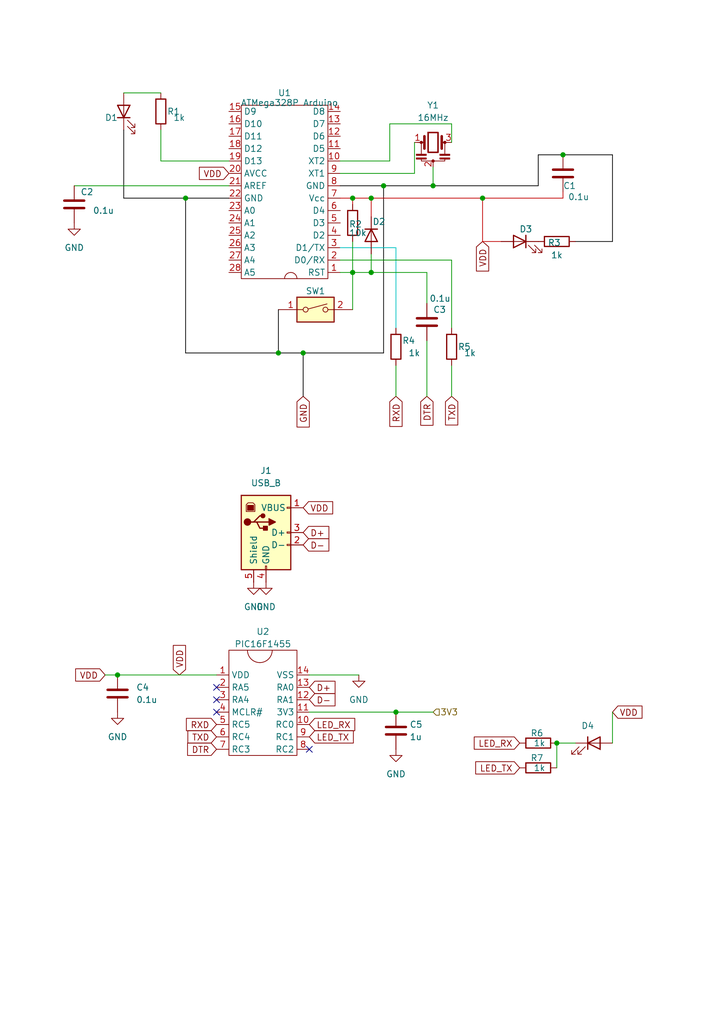
<source format=kicad_sch>
(kicad_sch (version 20231120) (generator "eeschema") (generator_version "8.0")
  (paper "A5" portrait)
  (lib_symbols
    (symbol "0Ore:PIC16F1455"
      (property "Reference" "U" (at 0 0 0))
      (symbol "PIC16F1455_0_1"
        (rectangle (start -7.62 22.86) (end 6.35 1.27))
        (arc (start -3.81 22.86) (mid -3.0661 21.0639) (end -1.27 20.32))
        (arc (start -1.27 20.32) (mid 0.5261 21.0639) (end 1.27 22.86))
      )
      (symbol "PIC16F1455_1_1"
        (pin output line (at -10.16 17.78 0) (length 2.54) (name "VDD") (number "1"))
        (pin bidirectional line (at 8.89 7.62 180) (length 2.54) (name "RC0") (number "10"))
        (pin output line (at 8.89 10.16 180) (length 2.54) (name "3V3") (number "11"))
        (pin bidirectional line (at 8.89 12.7 180) (length 2.54) (name "RA1") (number "12"))
        (pin bidirectional line (at 8.89 15.24 180) (length 2.54) (name "RA0") (number "13"))
        (pin output line (at 8.89 17.78 180) (length 2.54) (name "VSS") (number "14"))
        (pin bidirectional line (at -10.16 15.24 0) (length 2.54) (name "RA5") (number "2"))
        (pin bidirectional line (at -10.16 12.7 0) (length 2.54) (name "RA4") (number "3"))
        (pin input line (at -10.16 10.16 0) (length 2.54) (name "MCLR#") (number "4"))
        (pin bidirectional line (at -10.16 7.62 0) (length 2.54) (name "RC5") (number "5"))
        (pin bidirectional line (at -10.16 5.08 0) (length 2.54) (name "RC4") (number "6"))
        (pin bidirectional line (at -10.16 2.54 0) (length 2.54) (name "RC3") (number "7"))
        (pin bidirectional line (at 8.89 2.54 180) (length 2.54) (name "RC2") (number "8"))
        (pin bidirectional line (at 8.89 5.08 180) (length 2.54) (name "RC1") (number "9"))
      )
    )
    (symbol "Connector:USB_B" (pin_names (offset 1.016))
      (property "Reference" "J" (at -5.08 11.43 0))
      (property "Value" "USB_B" (at -5.08 8.89 0))
      (symbol "USB_B_0_1"
        (rectangle (start -5.08 -7.62) (end 5.08 7.62) (stroke (width 0.254)) (fill (type background)))
        (circle (center -3.81 2.159) (radius 0.635) (stroke (width 0.254)) (fill (type outline)))
        (rectangle (start -3.81 5.588) (end -2.54 4.572) (fill (type outline)))
        (circle (center -0.635 3.429) (radius 0.381) (stroke (width 0.254)) (fill (type outline)))
        (rectangle (start -0.127 -7.62) (end 0.127 -6.858))
        (polyline (pts (xy -1.905 2.159) (xy 0.635 2.159)) (stroke (width 0.254)))
        (polyline (pts (xy -3.175 2.159) (xy -2.54 2.159) (xy -1.27 3.429) (xy -0.635 3.429)) (stroke (width 0.254)))
        (polyline (pts (xy -2.54 2.159) (xy -1.905 2.159) (xy -1.27 0.889) (xy 0 0.889)) (stroke (width 0.254)))
        (polyline (pts (xy 0.635 2.794) (xy 0.635 1.524) (xy 1.905 2.159) (xy 0.635 2.794)) (stroke (width 0.254)) (fill (type outline)))
        (polyline (pts (xy -4.064 4.318) (xy -2.286 4.318) (xy -2.286 5.715) (xy -2.667 6.096) (xy -3.683 6.096) (xy -4.064 5.715) (xy -4.064 4.318)))
        (rectangle (start 0.254 1.27) (end -0.508 0.508) (stroke (width 0.254)) (fill (type outline)))
        (rectangle (start 5.08 -2.667) (end 4.318 -2.413))
        (rectangle (start 5.08 -0.127) (end 4.318 0.127))
        (rectangle (start 5.08 4.953) (end 4.318 5.207))
      )
      (symbol "USB_B_1_1"
        (pin power_out line (at 7.62 5.08 180) (length 2.54) (name "VBUS") (number "1"))
        (pin bidirectional line (at 7.62 -2.54 180) (length 2.54) (name "D-") (number "2"))
        (pin bidirectional line (at 7.62 0 180) (length 2.54) (name "D+") (number "3"))
        (pin power_out line (at 0 -10.16 90) (length 2.54) (name "GND") (number "4"))
        (pin passive line (at -2.54 -10.16 90) (length 2.54) (name "Shield") (number "5"))
      )
    )
    (symbol "Device:C" (pin_numbers hide) (pin_names (offset 0.254))
      (property "Reference" "C" (at 0.635 2.54 0))
      (property "Value" "C" (at 0.635 -2.54 0))
      (symbol "C_0_1"
        (polyline (pts (xy -2.032 -0.762) (xy 2.032 -0.762)) (stroke (width 0.508)))
        (polyline (pts (xy -2.032 0.762) (xy 2.032 0.762)) (stroke (width 0.508)))
      )
      (symbol "C_1_1"
        (pin passive line (at 0 3.81 270) (length 2.794) (name "~") (number "1"))
        (pin passive line (at 0 -3.81 90) (length 2.794) (name "~") (number "2"))
      )
    )
    (symbol "Device:D" (pin_numbers hide) (pin_names (offset 1.016) hide)
      (property "Reference" "D" (at 0 2.54 0))
      (property "Value" "D" (at 0 -2.54 0))
      (symbol "D_0_1"
        (polyline (pts (xy -1.27 1.27) (xy -1.27 -1.27)) (stroke (width 0.254)))
        (polyline (pts (xy 1.27 0) (xy -1.27 0)))
        (polyline (pts (xy 1.27 1.27) (xy 1.27 -1.27) (xy -1.27 0) (xy 1.27 1.27)) (stroke (width 0.254)))
      )
      (symbol "D_1_1"
        (pin passive line (at -3.81 0 0) (length 2.54) (name "K") (number "1"))
        (pin passive line (at 3.81 0 180) (length 2.54) (name "A") (number "2"))
      )
    )
    (symbol "Device:LED" (pin_numbers hide) (pin_names (offset 1.016) hide)
      (property "Reference" "D" (at 0 2.54 0))
      (property "Value" "LED" (at 0 -2.54 0))
      (symbol "LED_0_1"
        (polyline (pts (xy -1.27 -1.27) (xy -1.27 1.27)) (stroke (width 0.254)))
        (polyline (pts (xy -1.27 0) (xy 1.27 0)))
        (polyline (pts (xy 1.27 -1.27) (xy 1.27 1.27) (xy -1.27 0) (xy 1.27 -1.27)) (stroke (width 0.254)))
        (polyline (pts (xy -3.048 -0.762) (xy -4.572 -2.286) (xy -3.81 -2.286) (xy -4.572 -2.286) (xy -4.572 -1.524)))
        (polyline (pts (xy -1.778 -0.762) (xy -3.302 -2.286) (xy -2.54 -2.286) (xy -3.302 -2.286) (xy -3.302 -1.524)))
      )
      (symbol "LED_1_1"
        (pin passive line (at -3.81 0 0) (length 2.54) (name "K") (number "1"))
        (pin passive line (at 3.81 0 180) (length 2.54) (name "A") (number "2"))
      )
    )
    (symbol "Device:R" (pin_numbers hide) (pin_names (offset 0))
      (property "Reference" "R" (at 2.032 0 90))
      (property "Value" "R" (at 0 0 90))
      (symbol "R_0_1"
        (rectangle (start -1.016 -2.54) (end 1.016 2.54) (stroke (width 0.254)))
      )
      (symbol "R_1_1"
        (pin passive line (at 0 3.81 270) (length 1.27) (name "~") (number "1"))
        (pin passive line (at 0 -3.81 90) (length 1.27) (name "~") (number "2"))
      )
    )
    (symbol "Device:Resonator" (pin_names (offset 1.016) hide)
      (property "Reference" "Y" (at 0 5.715 0))
      (property "Value" "Resonator" (at 0 3.81 0))
      (symbol "Resonator_0_1"
        (rectangle (start -3.429 -3.175) (end -1.397 -3.429) (fill (type outline)))
        (rectangle (start -3.429 -2.413) (end -1.397 -2.667) (fill (type outline)))
        (circle (center -2.413 0) (radius 0.254) (fill (type outline)))
        (rectangle (start -1.016 2.032) (end 1.016 -2.032) (stroke (width 0.3048)))
        (circle (center 0 -3.81) (radius 0.254) (fill (type outline)))
        (polyline (pts (xy -2.413 -2.413) (xy -2.413 0)))
        (polyline (pts (xy -1.905 0) (xy -3.175 0)))
        (polyline (pts (xy -1.778 -1.27) (xy -1.778 1.27)) (stroke (width 0.508)))
        (polyline (pts (xy 1.778 -1.27) (xy 1.778 1.27)) (stroke (width 0.508)))
        (polyline (pts (xy 1.905 0) (xy 2.54 0)))
        (polyline (pts (xy 2.413 0) (xy 2.413 -2.54)))
        (polyline (pts (xy 2.413 -3.302) (xy 2.413 -3.81) (xy -2.413 -3.81) (xy -2.413 -3.302)))
        (rectangle (start 1.397 -3.175) (end 3.429 -3.429) (fill (type outline)))
        (rectangle (start 1.397 -2.413) (end 3.429 -2.667) (fill (type outline)))
        (circle (center 2.413 0) (radius 0.254) (fill (type outline)))
      )
      (symbol "Resonator_1_1"
        (pin passive line (at -3.81 0 0) (length 1.27) (name "1") (number "1"))
        (pin passive line (at 0 -5.08 90) (length 1.27) (name "2") (number "2"))
        (pin passive line (at 3.81 0 180) (length 1.27) (name "3") (number "3"))
      )
    )
    (symbol "Ore:ATmega328U_Duino"
      (property "Reference" "ATmega328P_arduino" (at 0 0 0))
      (symbol "ATmega328U_Duino_0_1"
        (arc (start -17.7799 11.4299) (mid -16.8819 11.8019) (end -16.5099 12.6999))
        (rectangle (start -17.78 22.86) (end 17.78 5.08))
        (arc (start -16.5099 12.7001) (mid -16.8819 13.5981) (end -17.7799 13.9701))
      )
      (symbol "ATmega328U_Duino_1_1"
        (pin input line (at -16.51 2.54 90) (length 2.54) (name "RST") (number "1"))
        (pin input line (at 6.35 2.54 90) (length 2.54) (name "XT2") (number "10"))
        (pin output line (at 8.89 2.54 90) (length 2.54) (name "D5") (number "11"))
        (pin output line (at 11.43 2.54 90) (length 2.54) (name "D6") (number "12"))
        (pin output line (at 13.97 2.54 90) (length 2.54) (name "D7") (number "13"))
        (pin output line (at 16.51 2.54 90) (length 2.54) (name "D8") (number "14"))
        (pin output line (at 16.51 25.4 270) (length 2.54) (name "D9") (number "15"))
        (pin output line (at 13.97 25.4 270) (length 2.54) (name "D10") (number "16"))
        (pin unspecified line (at 11.43 25.4 270) (length 2.54) (name "D11") (number "17"))
        (pin unspecified line (at 8.89 25.4 270) (length 2.54) (name "D12") (number "18"))
        (pin unspecified line (at 6.35 25.4 270) (length 2.54) (name "D13") (number "19"))
        (pin output line (at -13.97 2.54 90) (length 2.54) (name "D0/RX") (number "2"))
        (pin unspecified line (at 3.81 25.4 270) (length 2.54) (name "AVCC") (number "20"))
        (pin unspecified line (at 1.27 25.4 270) (length 2.54) (name "AREF") (number "21"))
        (pin unspecified line (at -1.27 25.4 270) (length 2.54) (name "GND") (number "22"))
        (pin unspecified line (at -3.81 25.4 270) (length 2.54) (name "A0") (number "23"))
        (pin unspecified line (at -6.35 25.4 270) (length 2.54) (name "A1") (number "24"))
        (pin unspecified line (at -8.89 25.4 270) (length 2.54) (name "A2") (number "25"))
        (pin unspecified line (at -11.43 25.4 270) (length 2.54) (name "A3") (number "26"))
        (pin unspecified line (at -13.97 25.4 270) (length 2.54) (name "A4") (number "27"))
        (pin unspecified line (at -16.51 25.4 270) (length 2.54) (name "A5") (number "28"))
        (pin output line (at -11.43 2.54 90) (length 2.54) (name "D1/TX") (number "3"))
        (pin output line (at -8.89 2.54 90) (length 2.54) (name "D2") (number "4"))
        (pin output line (at -6.35 2.54 90) (length 2.54) (name "D3") (number "5"))
        (pin output line (at -3.81 2.54 90) (length 2.54) (name "D4") (number "6"))
        (pin power_in line (at -1.27 2.54 90) (length 2.54) (name "Vcc") (number "7"))
        (pin power_out line (at 1.27 2.54 90) (length 2.54) (name "GND") (number "8"))
        (pin input line (at 3.81 2.54 90) (length 2.54) (name "XT1") (number "9"))
      )
    )
    (symbol "Switch:SW_DIP_x01" (pin_names (offset 0) hide)
      (property "Reference" "SW" (at 0 3.81 0))
      (property "Value" "SW_DIP_x01" (at 0 -3.81 0))
      (symbol "SW_DIP_x01_0_0"
        (circle (center -2.032 0) (radius 0.508))
        (polyline (pts (xy -1.524 0.127) (xy 2.3622 1.1684)))
        (circle (center 2.032 0) (radius 0.508))
      )
      (symbol "SW_DIP_x01_0_1"
        (rectangle (start -3.81 2.54) (end 3.81 -2.54) (stroke (width 0.254)) (fill (type background)))
      )
      (symbol "SW_DIP_x01_1_1"
        (pin passive line (at -7.62 0 0) (length 5.08) (name "~") (number "1"))
        (pin passive line (at 7.62 0 180) (length 5.08) (name "~") (number "2"))
      )
    )
    (symbol "power:GND" (power) (pin_numbers hide) (pin_names (offset 0) hide)
      (property "Value" "GND" (at 0 -3.81 0))
      (symbol "GND_0_1"
        (polyline (pts (xy 0 0) (xy 0 -1.27) (xy 1.27 -1.27) (xy 0 -2.54) (xy -1.27 -1.27) (xy 0 -1.27)))
      )
      (symbol "GND_1_1"
        (pin power_in line (at 0 0 270) (length 0) (name "~") (number "1"))
      )
    )
  )
  (junction (at 24.13 138.43))
  (junction (at 114.3 152.4))
  (junction (at 38.1 40.64))
  (junction (at 72.39 40.64))
  (junction (at 76.2 40.64))
  (junction (at 99.06 40.64))
  (junction (at 72.39 55.88))
  (junction (at 81.28 146.05))
  (junction (at 88.9 38.1))
  (junction (at 76.2 55.88))
  (junction (at 78.74 38.1))
  (junction (at 62.23 72.39))
  (junction (at 57.15 72.39))
  (junction (at 115.57 31.75))
  (no_connect (at 63.5 153.67))
  (no_connect (at 44.45 146.05))
  (no_connect (at 44.45 143.51))
  (no_connect (at 44.45 140.97))
  (wire (pts (xy 25.4 26.67) (xy 25.4 40.64)) (stroke (width 0) (color 0 0 0 1)))
  (wire (pts (xy 87.63 55.88) (xy 87.63 62.23)))
  (wire (pts (xy 114.3 152.4) (xy 114.3 157.48)))
  (wire (pts (xy 80.01 33.02) (xy 80.01 25.4)))
  (wire (pts (xy 21.59 138.43) (xy 24.13 138.43)))
  (wire (pts (xy 57.15 63.5) (xy 57.15 72.39)) (stroke (width 0) (color 0 0 0 1)))
  (wire (pts (xy 69.85 35.56) (xy 85.09 35.56)))
  (wire (pts (xy 69.85 50.8) (xy 81.28 50.8)) (stroke (width 0) (color 0 194 194 1)))
  (wire (pts (xy 81.28 67.31) (xy 81.28 50.8)) (stroke (width 0) (color 0 194 194 1)))
  (wire (pts (xy 110.49 31.75) (xy 115.57 31.75)) (stroke (width 0) (color 0 0 0 1)))
  (wire (pts (xy 25.4 19.05) (xy 33.02 19.05)))
  (wire (pts (xy 69.85 55.88) (xy 72.39 55.88)))
  (wire (pts (xy 69.85 33.02) (xy 80.01 33.02)))
  (wire (pts (xy 115.57 39.37) (xy 115.57 40.64)) (stroke (width 0) (color 194 0 0 1)))
  (wire (pts (xy 110.49 38.1) (xy 110.49 31.75)) (stroke (width 0) (color 0 0 0 1)))
  (wire (pts (xy 76.2 52.07) (xy 76.2 55.88)))
  (wire (pts (xy 25.4 40.64) (xy 38.1 40.64)) (stroke (width 0) (color 0 0 0 1)))
  (wire (pts (xy 57.15 72.39) (xy 62.23 72.39)) (stroke (width 0) (color 0 0 0 1)))
  (wire (pts (xy 78.74 38.1) (xy 88.9 38.1)) (stroke (width 0) (color 0 0 0 1)))
  (wire (pts (xy 33.02 33.02) (xy 33.02 26.67)))
  (wire (pts (xy 99.06 49.53) (xy 102.87 49.53)) (stroke (width 0) (color 194 0 0 1)))
  (wire (pts (xy 87.63 69.85) (xy 87.63 81.28)))
  (wire (pts (xy 63.5 146.05) (xy 81.28 146.05)))
  (wire (pts (xy 69.85 53.34) (xy 92.71 53.34)))
  (wire (pts (xy 15.24 38.1) (xy 46.99 38.1)))
  (wire (pts (xy 125.73 31.75) (xy 115.57 31.75)) (stroke (width 0) (color 0 0 0 1)))
  (wire (pts (xy 88.9 34.29) (xy 88.9 38.1)))
  (wire (pts (xy 76.2 40.64) (xy 76.2 44.45)) (stroke (width 0) (color 194 0 0 1)))
  (wire (pts (xy 92.71 25.4) (xy 92.71 29.21)))
  (wire (pts (xy 63.5 138.43) (xy 73.66 138.43)))
  (wire (pts (xy 69.85 40.64) (xy 72.39 40.64)) (stroke (width 0) (color 194 0 0 1)))
  (wire (pts (xy 85.09 29.21) (xy 85.09 35.56)))
  (wire (pts (xy 81.28 81.28) (xy 81.28 74.93)))
  (wire (pts (xy 80.01 25.4) (xy 92.71 25.4)))
  (wire (pts (xy 24.13 138.43) (xy 44.45 138.43)))
  (wire (pts (xy 38.1 40.64) (xy 38.1 72.39)) (stroke (width 0) (color 0 0 0 1)))
  (wire (pts (xy 125.73 49.53) (xy 125.73 31.75)) (stroke (width 0) (color 0 0 0 1)))
  (wire (pts (xy 69.85 38.1) (xy 78.74 38.1)) (stroke (width 0) (color 0 0 0 1)))
  (wire (pts (xy 46.99 40.64) (xy 38.1 40.64)) (stroke (width 0) (color 0 0 0 1)))
  (wire (pts (xy 76.2 55.88) (xy 87.63 55.88)))
  (wire (pts (xy 72.39 55.88) (xy 76.2 55.88)))
  (wire (pts (xy 72.39 49.53) (xy 72.39 55.88)))
  (wire (pts (xy 62.23 72.39) (xy 62.23 81.28)) (stroke (width 0) (color 0 0 0 1)))
  (wire (pts (xy 78.74 72.39) (xy 78.74 38.1)) (stroke (width 0) (color 0 0 0 1)))
  (wire (pts (xy 62.23 72.39) (xy 78.74 72.39)) (stroke (width 0) (color 0 0 0 1)))
  (wire (pts (xy 72.39 40.64) (xy 76.2 40.64)) (stroke (width 0) (color 194 0 0 1)))
  (wire (pts (xy 99.06 40.64) (xy 99.06 49.53)) (stroke (width 0) (color 194 0 0 1)))
  (wire (pts (xy 46.99 33.02) (xy 33.02 33.02)))
  (wire (pts (xy 76.2 40.64) (xy 99.06 40.64)) (stroke (width 0) (color 194 0 0 1)))
  (wire (pts (xy 72.39 55.88) (xy 72.39 63.5)))
  (wire (pts (xy 92.71 67.31) (xy 92.71 53.34)))
  (wire (pts (xy 118.11 49.53) (xy 125.73 49.53)) (stroke (width 0) (color 0 0 0 1)))
  (wire (pts (xy 38.1 72.39) (xy 57.15 72.39)) (stroke (width 0) (color 0 0 0 1)))
  (wire (pts (xy 114.3 152.4) (xy 118.11 152.4)))
  (wire (pts (xy 72.39 40.64) (xy 72.39 41.91)) (stroke (width 0) (color 194 0 0 1)))
  (wire (pts (xy 92.71 81.28) (xy 92.71 74.93)))
  (wire (pts (xy 115.57 40.64) (xy 99.06 40.64)) (stroke (width 0) (color 194 0 0 1)))
  (wire (pts (xy 88.9 146.05) (xy 81.28 146.05)))
  (wire (pts (xy 125.73 146.05) (xy 125.73 152.4)))
  (wire (pts (xy 88.9 38.1) (xy 110.49 38.1)) (stroke (width 0) (color 0 0 0 1)))
  (global_label "RXD" (shape input) (at 44.45 148.59 180) (property "Intersheetrefs" "${INTERSHEET_REFS}" (effects (hide yes))))
  (global_label "D-" (shape input) (at 62.23 111.76 0) (property "Intersheetrefs" "${INTERSHEET_REFS}" (effects (hide yes))))
  (global_label "DTR" (shape input) (at 44.45 153.67 180) (property "Intersheetrefs" "${INTERSHEET_REFS}" (effects (hide yes))))
  (global_label "VDD" (shape input) (at 36.83 138.43 90) (property "Intersheetrefs" "${INTERSHEET_REFS}" (effects (hide yes))))
  (global_label "VDD" (shape input) (at 21.59 138.43 180) (property "Intersheetrefs" "${INTERSHEET_REFS}" (effects (hide yes))))
  (global_label "TXD" (shape input) (at 92.71 81.28 270) (property "Intersheetrefs" "${INTERSHEET_REFS}" (effects (hide yes))))
  (global_label "DTR" (shape input) (at 87.63 81.28 270) (property "Intersheetrefs" "${INTERSHEET_REFS}" (effects (hide yes))))
  (global_label "LED_TX" (shape input) (at 63.5 151.13 0) (property "Intersheetrefs" "${INTERSHEET_REFS}" (effects (hide yes))))
  (global_label "VDD" (shape input) (at 62.23 104.14 0) (property "Intersheetrefs" "${INTERSHEET_REFS}" (effects (hide yes))))
  (global_label "TXD" (shape input) (at 44.45 151.13 180) (property "Intersheetrefs" "${INTERSHEET_REFS}" (effects (hide yes))))
  (global_label "GND" (shape input) (at 62.23 81.28 270) (property "Intersheetrefs" "${INTERSHEET_REFS}" (effects (hide yes))))
  (global_label "LED_RX" (shape input) (at 63.5 148.59 0) (property "Intersheetrefs" "${INTERSHEET_REFS}" (effects (hide yes))))
  (global_label "VDD" (shape input) (at 46.99 35.56 180) (property "Intersheetrefs" "${INTERSHEET_REFS}" (effects (hide yes))))
  (global_label "D-" (shape input) (at 63.5 143.51 0) (property "Intersheetrefs" "${INTERSHEET_REFS}" (effects (hide yes))))
  (global_label "VDD" (shape input) (at 99.06 49.53 270) (property "Intersheetrefs" "${INTERSHEET_REFS}" (effects (hide yes))))
  (global_label "D+" (shape input) (at 62.23 109.22 0) (property "Intersheetrefs" "${INTERSHEET_REFS}" (effects (hide yes))))
  (global_label "LED_RX" (shape input) (at 106.68 152.4 180) (property "Intersheetrefs" "${INTERSHEET_REFS}" (effects (hide yes))))
  (global_label "LED_TX" (shape input) (at 106.68 157.48 180) (property "Intersheetrefs" "${INTERSHEET_REFS}" (effects (hide yes))))
  (global_label "VDD" (shape input) (at 125.73 146.05 0) (property "Intersheetrefs" "${INTERSHEET_REFS}" (effects (hide yes))))
  (global_label "D+" (shape input) (at 63.5 140.97 0) (property "Intersheetrefs" "${INTERSHEET_REFS}" (effects (hide yes))))
  (global_label "RXD" (shape input) (at 81.28 81.28 270) (property "Intersheetrefs" "${INTERSHEET_REFS}" (effects (hide yes))))
  (hierarchical_label "3V3" (shape input) (at 88.9 146.05 0))
  (symbol (lib_id "power:GND") (at 54.61 119.38 0) (unit 1)
    (property "Reference" "#PWR03" (effects (hide yes)))
    (property "Value" "GND" (at 54.61 124.46 0))
    (property "Description" "Power symbol creates a global label with name \"GND\" , ground" (effects (hide yes)))
  )
  (symbol (lib_id "power:GND") (at 81.28 153.67 0) (unit 1)
    (property "Reference" "#PWR06" (effects (hide yes)))
    (property "Value" "GND" (at 81.28 158.75 0))
    (property "Description" "Power symbol creates a global label with name \"GND\" , ground" (effects (hide yes)))
  )
  (symbol (lib_id "Device:C") (at 115.57 35.56 0) (unit 1)
    (property "Reference" "C1" (at 115.57 38.1 0) (effects (justify left)))
    (property "Value" "0.1u" (at 116.586 40.386 0) (effects (justify left)))
  )
  (symbol (lib_id "Device:R") (at 92.71 71.12 0) (unit 1)
    (property "Reference" "R5" (at 93.98 71.12 0) (effects (justify left)))
    (property "Value" "1k" (at 95.25 72.39 0) (effects (justify left)))
  )
  (symbol (lib_id "Device:R") (at 110.49 157.48 90) (unit 1)
    (property "Reference" "R7" (at 110.236 155.448 90))
    (property "Value" "1k" (at 110.744 157.48 90))
    (property "Description" "Resistor" (effects (hide yes)))
  )
  (symbol (lib_id "Device:R") (at 72.39 45.72 0) (unit 1)
    (property "Reference" "R2" (at 71.628 45.974 0) (effects (justify left)))
    (property "Value" "10k" (at 71.628 47.752 0) (effects (justify left)))
  )
  (symbol (lib_id "Connector:USB_B") (at 54.61 109.22 0) (unit 1)
    (property "Reference" "J1" (at 54.61 96.52 0))
    (property "Value" "USB_B" (at 54.61 99.06 0))
    (property "Description" "USB Type B connector" (effects (hide yes)))
  )
  (symbol (lib_id "Device:R") (at 110.49 152.4 90) (unit 1)
    (property "Reference" "R6" (at 110.236 150.368 90))
    (property "Value" "1k" (at 110.744 152.4 90))
    (property "Description" "Resistor" (effects (hide yes)))
  )
  (symbol (lib_id "Device:R") (at 114.3 49.53 270) (unit 1)
    (property "Reference" "R3" (at 113.792 49.784 90))
    (property "Value" "1k" (at 114.3 52.324 90))
    (property "Description" "Resistor" (effects (hide yes)))
  )
  (symbol (lib_id "Device:D") (at 76.2 48.26 270) (unit 1)
    (property "Reference" "D2" (at 76.454 45.466 90) (effects (justify left)))
    (property "Value" "Diode" (effects (hide yes)))
    (property "Description" "Diode" (effects (hide yes)))
    (property "Sim.Device" "D" (effects (hide yes)))
    (property "Sim.Pins" "1=K 2=A" (effects (hide yes)))
  )
  (symbol (lib_id "power:GND") (at 73.66 138.43 0) (unit 1)
    (property "Reference" "#PWR04" (effects (hide yes)))
    (property "Value" "GND" (at 73.66 143.51 0))
    (property "Description" "Power symbol creates a global label with name \"GND\" , ground" (effects (hide yes)))
  )
  (symbol (lib_id "Device:C") (at 87.63 66.04 0) (unit 1)
    (property "Reference" "C3" (at 88.9 63.5 0) (effects (justify left)))
    (property "Value" "0.1u" (at 88.138 61.214 0) (effects (justify left)))
  )
  (symbol (lib_id "Device:R") (at 81.28 71.12 0) (unit 1)
    (property "Reference" "R4" (at 82.55 69.85 0) (effects (justify left)))
    (property "Value" "1k" (at 83.82 72.39 0) (effects (justify left)))
  )
  (symbol (lib_id "power:GND") (at 24.13 146.05 0) (unit 1)
    (property "Reference" "#PWR05" (effects (hide yes)))
    (property "Value" "GND" (at 24.13 151.13 0))
    (property "Description" "Power symbol creates a global label with name \"GND\" , ground" (effects (hide yes)))
  )
  (symbol (lib_id "Device:LED") (at 121.92 152.4 0) (unit 1)
    (property "Reference" "D4" (at 120.65 148.844 0))
    (property "Value" "LED" (effects (hide yes)))
    (property "Description" "Light emitting diode" (effects (hide yes)))
  )
  (symbol (lib_id "Device:C") (at 15.24 41.91 0) (unit 1)
    (property "Reference" "C2" (at 16.51 39.37 0) (effects (justify left)))
    (property "Value" "0.1u" (at 19.05 43.18 0) (effects (justify left)))
  )
  (symbol (lib_id "power:GND") (at 15.24 45.72 0) (unit 1)
    (property "Reference" "#PWR01" (effects (hide yes)))
    (property "Value" "GND" (at 15.24 50.8 0))
    (property "Description" "Power symbol creates a global label with name \"GND\" , ground" (effects (hide yes)))
  )
  (symbol (lib_id "Device:R") (at 33.02 22.86 0) (unit 1)
    (property "Reference" "R1" (at 34.29 22.86 0) (effects (justify left)))
    (property "Value" "1k" (at 35.56 24.13 0) (effects (justify left)))
  )
  (symbol (lib_id "Device:LED") (at 25.4 22.86 90) (unit 1)
    (property "Reference" "D1" (at 22.86 24.13 90))
    (property "Value" "LED IF25mA, VF3.8V" (effects (hide yes)))
  )
  (symbol (lib_id "Device:C") (at 81.28 149.86 0) (unit 1)
    (property "Reference" "C5" (at 84.074 148.59 0) (effects (justify left)))
    (property "Value" "1u" (at 84.074 151.13 0) (effects (justify left)))
    (property "Description" "Unpolarized capacitor" (effects (hide yes)))
  )
  (symbol (lib_id "0Ore:PIC16F1455") (at 54.61 156.21 0) (unit 1)
    (property "Reference" "U2" (at 53.975 129.54 0))
    (property "Value" "PIC16F1455" (at 53.975 132.08 0))
  )
  (symbol (lib_id "Ore:ATmega328U_Duino") (at 72.39 39.37 90) (unit 1)
    (property "Reference" "U1" (at 58.42 19.05 90))
    (property "Value" "ATMega328P Arduino" (at 59.436 21.082 90))
  )
  (symbol (lib_id "Device:LED") (at 106.68 49.53 0) (mirror y) (unit 1)
    (property "Reference" "D3" (at 107.95 46.99 0))
    (property "Value" "LED IF25mA, VF3.8V" (effects (hide yes)))
  )
  (symbol (lib_id "Device:C") (at 24.13 142.24 0) (unit 1)
    (property "Reference" "C4" (at 27.94 140.9699 0) (effects (justify left)))
    (property "Value" "0.1u" (at 27.94 143.5099 0) (effects (justify left)))
    (property "Description" "Unpolarized capacitor" (effects (hide yes)))
  )
  (symbol (lib_id "Device:Resonator") (at 88.9 29.21 0) (unit 1)
    (property "Reference" "Y1" (at 88.9 21.59 0))
    (property "Value" "16MHz" (at 88.9 24.13 0))
    (property "Description" "Three pin ceramic resonator" (effects (hide yes)))
  )
  (symbol (lib_id "Switch:SW_DIP_x01") (at 64.77 63.5 0) (unit 1)
    (property "Reference" "SW1" (at 64.77 59.69 0))
    (property "Value" "SW_DIP_x01" (effects (hide yes)))
  )
  (symbol (lib_id "power:GND") (at 52.07 119.38 0) (unit 1)
    (property "Reference" "#PWR02" (effects (hide yes)))
    (property "Value" "GND" (at 52.07 124.46 0))
    (property "Description" "Power symbol creates a global label with name \"GND\" , ground" (effects (hide yes)))
  )
)
</source>
